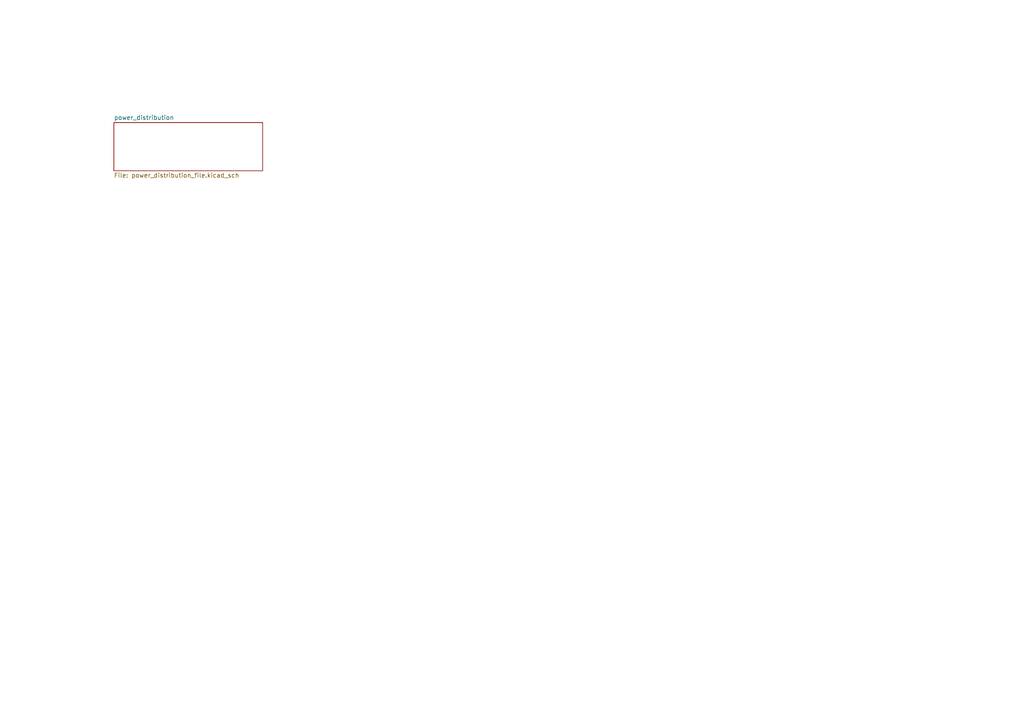
<source format=kicad_sch>
(kicad_sch
	(version 20231120)
	(generator "eeschema")
	(generator_version "8.0")
	(uuid "7b61ee4e-2c0c-4866-8343-5ee759f84d1a")
	(paper "A4")
	(lib_symbols)
	(sheet
		(at 33.02 35.56)
		(size 43.18 13.97)
		(fields_autoplaced yes)
		(stroke
			(width 0.1524)
			(type solid)
		)
		(fill
			(color 0 0 0 0.0000)
		)
		(uuid "9097c388-5538-42a6-a79e-2e0d6431f811")
		(property "Sheetname" "power_distribution"
			(at 33.02 34.8484 0)
			(effects
				(font
					(size 1.27 1.27)
				)
				(justify left bottom)
			)
		)
		(property "Sheetfile" "power_distribution_file.kicad_sch"
			(at 33.02 50.1146 0)
			(effects
				(font
					(size 1.27 1.27)
				)
				(justify left top)
			)
		)
		(property "Field2" ""
			(at 33.02 35.56 0)
			(effects
				(font
					(size 1.27 1.27)
				)
				(hide yes)
			)
		)
		(instances
			(project "universal_power_distribution_PCB"
				(path "/7b61ee4e-2c0c-4866-8343-5ee759f84d1a"
					(page "2")
				)
			)
		)
	)
	(sheet_instances
		(path "/"
			(page "1")
		)
	)
)

</source>
